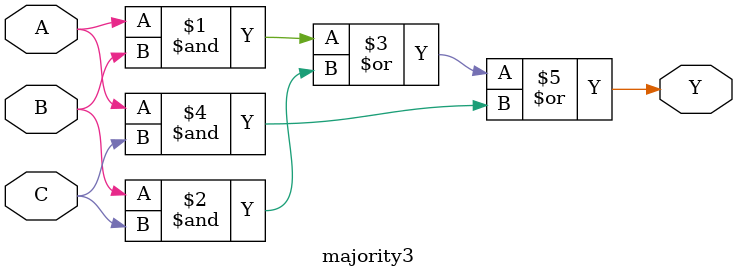
<source format=v>
module majority3 (
    input  A, B, C,
    output Y
);
    assign Y = (A & B) | (B & C) | (A & C);
endmodule


</source>
